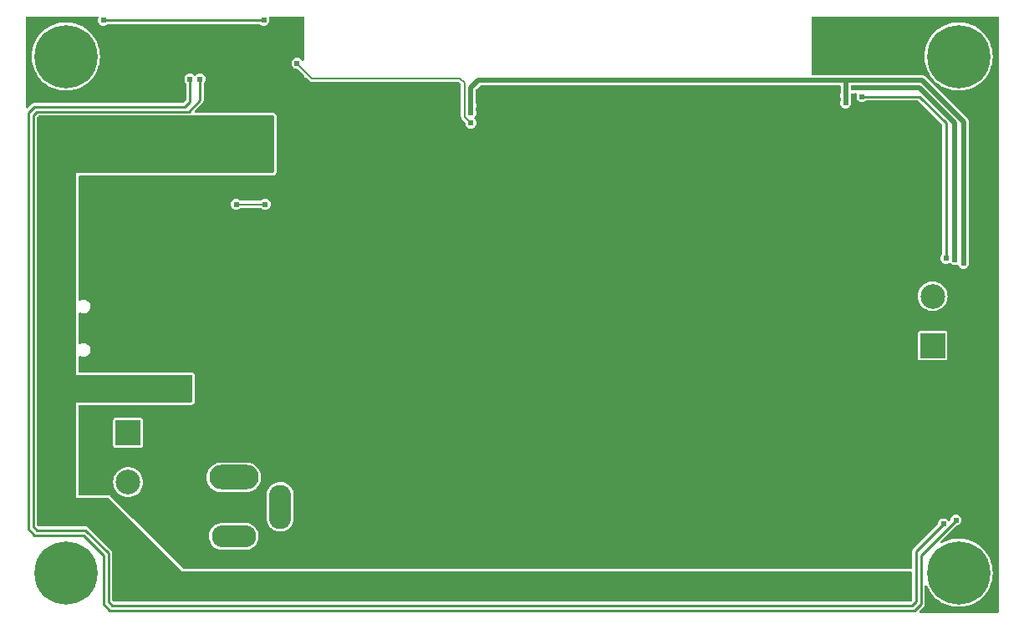
<source format=gbl>
G04 #@! TF.GenerationSoftware,KiCad,Pcbnew,6.0.11-2627ca5db0~126~ubuntu22.04.1*
G04 #@! TF.CreationDate,2025-05-31T21:30:08-06:00*
G04 #@! TF.ProjectId,snd-defect,736e642d-6465-4666-9563-742e6b696361,rev?*
G04 #@! TF.SameCoordinates,Original*
G04 #@! TF.FileFunction,Copper,L2,Bot*
G04 #@! TF.FilePolarity,Positive*
%FSLAX46Y46*%
G04 Gerber Fmt 4.6, Leading zero omitted, Abs format (unit mm)*
G04 Created by KiCad (PCBNEW 6.0.11-2627ca5db0~126~ubuntu22.04.1) date 2025-05-31 21:30:08*
%MOMM*%
%LPD*%
G01*
G04 APERTURE LIST*
G04 #@! TA.AperFunction,ComponentPad*
%ADD10R,2.500000X2.500000*%
G04 #@! TD*
G04 #@! TA.AperFunction,ComponentPad*
%ADD11C,2.500000*%
G04 #@! TD*
G04 #@! TA.AperFunction,ComponentPad*
%ADD12C,6.400000*%
G04 #@! TD*
G04 #@! TA.AperFunction,ComponentPad*
%ADD13O,5.000000X2.500000*%
G04 #@! TD*
G04 #@! TA.AperFunction,ComponentPad*
%ADD14O,4.500000X2.250000*%
G04 #@! TD*
G04 #@! TA.AperFunction,ComponentPad*
%ADD15O,2.250000X4.500000*%
G04 #@! TD*
G04 #@! TA.AperFunction,ViaPad*
%ADD16C,0.609600*%
G04 #@! TD*
G04 #@! TA.AperFunction,Conductor*
%ADD17C,0.508000*%
G04 #@! TD*
G04 #@! TA.AperFunction,Conductor*
%ADD18C,0.203200*%
G04 #@! TD*
G04 #@! TA.AperFunction,Conductor*
%ADD19C,0.254000*%
G04 #@! TD*
G04 APERTURE END LIST*
D10*
X142920999Y-84414995D03*
D11*
X142920999Y-79414995D03*
D12*
X145542000Y-55118000D03*
D13*
X72136000Y-97767000D03*
D14*
X72136000Y-103767000D03*
D15*
X76836000Y-100767000D03*
D12*
X145542000Y-107442000D03*
D10*
X61422001Y-93258005D03*
D11*
X61422001Y-98258005D03*
D12*
X55118000Y-107442000D03*
X55118000Y-55118000D03*
D16*
X59436000Y-76200000D03*
X85979000Y-78740000D03*
X89281000Y-58547000D03*
X147320000Y-92329000D03*
X130937000Y-74168000D03*
X58547000Y-68834000D03*
X103759000Y-69088000D03*
X123779000Y-84501000D03*
X62484000Y-85344000D03*
X68961000Y-68453000D03*
X59436000Y-75311000D03*
X103759000Y-63881000D03*
X70612000Y-86106000D03*
X85979000Y-77851000D03*
X59436000Y-74422000D03*
X73533000Y-53213000D03*
X70866000Y-70993000D03*
X70104000Y-70993000D03*
X85979000Y-76962000D03*
X117094000Y-58674000D03*
X86106000Y-94361000D03*
X58547000Y-75311000D03*
X78994000Y-94234000D03*
X86868000Y-76962000D03*
X78105000Y-94234000D03*
X122174000Y-106172000D03*
X71501000Y-86995000D03*
X116586000Y-94488000D03*
X61595000Y-84455000D03*
X79883000Y-94234000D03*
X82296000Y-106172000D03*
X123779000Y-79294000D03*
X69850000Y-68453000D03*
X71501000Y-84328000D03*
X130048000Y-74168000D03*
X112014000Y-106172000D03*
X59563000Y-68834000D03*
X68961000Y-67691000D03*
X71501000Y-86106000D03*
X78105000Y-93345000D03*
X69215000Y-52451000D03*
X87757000Y-78740000D03*
X61595000Y-85344000D03*
X130937000Y-59817000D03*
X83312000Y-60579000D03*
X107823000Y-66421000D03*
X70612000Y-83439000D03*
X86614000Y-58166000D03*
X62484000Y-84455000D03*
X61595000Y-86233000D03*
X67818000Y-52451000D03*
X130642000Y-69764000D03*
X102489000Y-65024000D03*
X81534000Y-106172000D03*
X85725000Y-58547000D03*
X148209000Y-92329000D03*
X148209000Y-93218000D03*
X92456000Y-106172000D03*
X131404000Y-69764000D03*
X59563000Y-67945000D03*
X126746000Y-94488000D03*
X64897000Y-52324000D03*
X83820000Y-59055000D03*
X96266000Y-94488000D03*
X62484000Y-83566000D03*
X86868000Y-78740000D03*
X102489000Y-66421000D03*
X106553000Y-69088000D03*
X85090000Y-77851000D03*
X130937000Y-62484000D03*
X102616000Y-106172000D03*
X129159000Y-74168000D03*
X90170000Y-58166000D03*
X88392000Y-58166000D03*
X83820000Y-58166000D03*
X85090000Y-76962000D03*
X107823000Y-65024000D03*
X91694000Y-106172000D03*
X60325000Y-76200000D03*
X136906000Y-94488000D03*
X87757000Y-77851000D03*
X58547000Y-67945000D03*
X130937000Y-61595000D03*
X82423000Y-60579000D03*
X107823000Y-67818000D03*
X64897000Y-53213000D03*
X70612000Y-84328000D03*
X75311000Y-78486000D03*
X58547000Y-74422000D03*
X70612000Y-85217000D03*
X70612000Y-52451000D03*
X86868000Y-77851000D03*
X64770000Y-71755000D03*
X123571000Y-59944000D03*
X76200000Y-78486000D03*
X133096000Y-106172000D03*
X58547000Y-76200000D03*
X117856000Y-58674000D03*
X60325000Y-75311000D03*
X112776000Y-106172000D03*
X66167000Y-103378000D03*
X69850000Y-67691000D03*
X147320000Y-93218000D03*
X71501000Y-85217000D03*
X87757000Y-67945000D03*
X122936000Y-106172000D03*
X135382000Y-89408000D03*
X87503000Y-58547000D03*
X130937000Y-60706000D03*
X136144000Y-89408000D03*
X106553000Y-63881000D03*
X62484000Y-86233000D03*
X61595000Y-83566000D03*
X70612000Y-86995000D03*
X130937000Y-64262000D03*
X73533000Y-52324000D03*
X106426000Y-94488000D03*
X148209000Y-91440000D03*
X132334000Y-106172000D03*
X105156000Y-63881000D03*
X84201000Y-76962000D03*
X64770000Y-72517000D03*
X60325000Y-74422000D03*
X147320000Y-91440000D03*
X128270000Y-74168000D03*
X83820000Y-59944000D03*
X87757000Y-76962000D03*
X84836000Y-58166000D03*
X124460000Y-59944000D03*
X84201000Y-77851000D03*
X70739000Y-68453000D03*
X105156000Y-69088000D03*
X70739000Y-67691000D03*
X101854000Y-106172000D03*
X71501000Y-83439000D03*
X130937000Y-63373000D03*
X78105000Y-92456000D03*
X78613000Y-53848000D03*
X102489000Y-67818000D03*
X145161000Y-75692000D03*
X65659000Y-87884000D03*
X64389000Y-62738000D03*
X64389000Y-63627000D03*
X65278000Y-65405000D03*
X66548000Y-87884000D03*
X65405000Y-109601000D03*
X65278000Y-64516000D03*
X79121000Y-109855000D03*
X140081000Y-108966000D03*
X75565000Y-66167000D03*
X66548000Y-88773000D03*
X65278000Y-63627000D03*
X78232000Y-108966000D03*
X65278000Y-62738000D03*
X65659000Y-89662000D03*
X75565000Y-65151000D03*
X67437000Y-87884000D03*
X78232000Y-108077000D03*
X140081000Y-109855000D03*
X79121000Y-108077000D03*
X75565000Y-64135000D03*
X79121000Y-108966000D03*
X78232000Y-109855000D03*
X67437000Y-89662000D03*
X64389000Y-65405000D03*
X140081000Y-108077000D03*
X134874000Y-58293000D03*
X75565000Y-63119000D03*
X64389000Y-66294000D03*
X65659000Y-88773000D03*
X64389000Y-64516000D03*
X66548000Y-89662000D03*
X67437000Y-88773000D03*
X65278000Y-66294000D03*
X75565000Y-62103000D03*
X134112000Y-59817000D03*
X146050000Y-75311000D03*
X146050000Y-76073000D03*
X96139000Y-60833000D03*
X96139000Y-60071000D03*
X134112000Y-59055000D03*
X75184000Y-51435000D03*
X96139000Y-61849000D03*
X78547000Y-55814000D03*
X58928000Y-51435000D03*
X144272000Y-75565000D03*
X135763000Y-59182000D03*
X72390000Y-70104000D03*
X75311000Y-70104000D03*
X68707000Y-57404000D03*
X144018000Y-102489000D03*
X145288000Y-102108000D03*
X67691000Y-57404000D03*
D17*
X145161000Y-75692000D02*
X145161000Y-61849000D01*
X141605000Y-58293000D02*
X134874000Y-58293000D01*
X145161000Y-61849000D02*
X141605000Y-58293000D01*
X96901000Y-57531000D02*
X96139000Y-58293000D01*
X146050000Y-61722000D02*
X141859000Y-57531000D01*
X96139000Y-58293000D02*
X96139000Y-60833000D01*
X141859000Y-57531000D02*
X96901000Y-57531000D01*
X146050000Y-76073000D02*
X146050000Y-61722000D01*
X134112000Y-59817000D02*
X134112000Y-57531000D01*
D18*
X95504000Y-61214000D02*
X95504000Y-57785000D01*
X95047289Y-57328289D02*
X80061289Y-57328289D01*
X96139000Y-61849000D02*
X95504000Y-61214000D01*
X80061289Y-57328289D02*
X78547000Y-55814000D01*
X95504000Y-57785000D02*
X95047289Y-57328289D01*
D19*
X58928000Y-51435000D02*
X75184000Y-51435000D01*
X144272000Y-61849000D02*
X141605000Y-59182000D01*
X141605000Y-59182000D02*
X135763000Y-59182000D01*
X144272000Y-75565000D02*
X144272000Y-61849000D01*
D18*
X72390000Y-70104000D02*
X75311000Y-70104000D01*
D19*
X59817000Y-110744000D02*
X59436000Y-110363000D01*
X59436000Y-105473500D02*
X57086500Y-103124000D01*
X140843000Y-110744000D02*
X59817000Y-110744000D01*
X57086500Y-103124000D02*
X52197000Y-103124000D01*
X52197000Y-103124000D02*
X51816000Y-102743000D01*
X51816000Y-61087000D02*
X52197000Y-60706000D01*
X52197000Y-60706000D02*
X67564000Y-60706000D01*
X51816000Y-102743000D02*
X51816000Y-61087000D01*
X59436000Y-110363000D02*
X59436000Y-105473500D01*
X141224000Y-110363000D02*
X140843000Y-110744000D01*
X141224000Y-105283000D02*
X141224000Y-110363000D01*
X67564000Y-60706000D02*
X68707000Y-59563000D01*
X68707000Y-59563000D02*
X68707000Y-57404000D01*
X144018000Y-102489000D02*
X141224000Y-105283000D01*
X58928000Y-105664000D02*
X56896000Y-103632000D01*
X51308000Y-102997000D02*
X51308000Y-60833000D01*
X67691000Y-59690000D02*
X67691000Y-57404000D01*
X67183000Y-60198000D02*
X67691000Y-59690000D01*
X51943000Y-103632000D02*
X51308000Y-102997000D01*
X51943000Y-60198000D02*
X67183000Y-60198000D01*
X58928000Y-110617000D02*
X58928000Y-105664000D01*
X141732000Y-105664000D02*
X141732000Y-110617000D01*
X51308000Y-60833000D02*
X51943000Y-60198000D01*
X56896000Y-103632000D02*
X51943000Y-103632000D01*
X59563000Y-111252000D02*
X58928000Y-110617000D01*
X141732000Y-110617000D02*
X141097000Y-111252000D01*
X145288000Y-102108000D02*
X141732000Y-105664000D01*
X141097000Y-111252000D02*
X59563000Y-111252000D01*
G04 #@! TA.AperFunction,Conductor*
G36*
X76142121Y-61107002D02*
G01*
X76188614Y-61160658D01*
X76200000Y-61213000D01*
X76200000Y-66803000D01*
X76179998Y-66871121D01*
X76126342Y-66917614D01*
X76074000Y-66929000D01*
X56134000Y-66929000D01*
X56134000Y-87376000D01*
X67819000Y-87376000D01*
X67887121Y-87396002D01*
X67933614Y-87449658D01*
X67945000Y-87502000D01*
X67945000Y-90044000D01*
X67924998Y-90112121D01*
X67871342Y-90158614D01*
X67819000Y-90170000D01*
X56134000Y-90170000D01*
X56134000Y-99822000D01*
X59383810Y-99822000D01*
X59451931Y-99842002D01*
X59472905Y-99858905D01*
X66929000Y-107315000D01*
X140716500Y-107315000D01*
X140784621Y-107335002D01*
X140831114Y-107388658D01*
X140842500Y-107441000D01*
X140842500Y-110152787D01*
X140822498Y-110220908D01*
X140805595Y-110241883D01*
X140721881Y-110325596D01*
X140659568Y-110359621D01*
X140632786Y-110362500D01*
X60027213Y-110362500D01*
X59959092Y-110342498D01*
X59938117Y-110325595D01*
X59854404Y-110241881D01*
X59820379Y-110179568D01*
X59817500Y-110152786D01*
X59817500Y-105527640D01*
X59820087Y-105503324D01*
X59820154Y-105501901D01*
X59822346Y-105491720D01*
X59818373Y-105458152D01*
X59818021Y-105452178D01*
X59817928Y-105452186D01*
X59817500Y-105447008D01*
X59817500Y-105441808D01*
X59816646Y-105436676D01*
X59814314Y-105422665D01*
X59813477Y-105416786D01*
X59808642Y-105375933D01*
X59808642Y-105375932D01*
X59807418Y-105365593D01*
X59803433Y-105357294D01*
X59801922Y-105348217D01*
X59777442Y-105302849D01*
X59774761Y-105297586D01*
X59755869Y-105258243D01*
X59752440Y-105251102D01*
X59748831Y-105246808D01*
X59746905Y-105244882D01*
X59745109Y-105242924D01*
X59745079Y-105242867D01*
X59745208Y-105242749D01*
X59744710Y-105242184D01*
X59741612Y-105236443D01*
X59731488Y-105227084D01*
X59701805Y-105199646D01*
X59698239Y-105196216D01*
X57394544Y-102892521D01*
X57379185Y-102873505D01*
X57378219Y-102872444D01*
X57372571Y-102863696D01*
X57346028Y-102842771D01*
X57341553Y-102838794D01*
X57341492Y-102838865D01*
X57337535Y-102835512D01*
X57333852Y-102831829D01*
X57318061Y-102820545D01*
X57313315Y-102816982D01*
X57281007Y-102791512D01*
X57281006Y-102791511D01*
X57272830Y-102785066D01*
X57264143Y-102782015D01*
X57256657Y-102776666D01*
X57246681Y-102773683D01*
X57246680Y-102773682D01*
X57207289Y-102761902D01*
X57201657Y-102760072D01*
X57152998Y-102742984D01*
X57147409Y-102742500D01*
X57144698Y-102742500D01*
X57142031Y-102742385D01*
X57141968Y-102742366D01*
X57141975Y-102742192D01*
X57141229Y-102742145D01*
X57134976Y-102740275D01*
X57086192Y-102742192D01*
X57080822Y-102742403D01*
X57075875Y-102742500D01*
X52407213Y-102742500D01*
X52339092Y-102722498D01*
X52318117Y-102705595D01*
X52234404Y-102621881D01*
X52200379Y-102559568D01*
X52197500Y-102532786D01*
X52197500Y-61297213D01*
X52217502Y-61229092D01*
X52234405Y-61208117D01*
X52318119Y-61124404D01*
X52380432Y-61090379D01*
X52407214Y-61087500D01*
X67509865Y-61087500D01*
X67534164Y-61090086D01*
X67535602Y-61090154D01*
X67545780Y-61092345D01*
X67579341Y-61088373D01*
X67585320Y-61088021D01*
X67585312Y-61087928D01*
X67590490Y-61087500D01*
X67595692Y-61087500D01*
X67597693Y-61087167D01*
X67601741Y-61087000D01*
X76074000Y-61087000D01*
X76142121Y-61107002D01*
G37*
G04 #@! TD.AperFunction*
G04 #@! TA.AperFunction,Conductor*
G36*
X58359775Y-51074502D02*
G01*
X58406268Y-51128158D01*
X58416372Y-51198432D01*
X58408062Y-51228719D01*
X58386257Y-51281360D01*
X58386256Y-51281365D01*
X58383096Y-51288993D01*
X58363874Y-51435000D01*
X58383096Y-51581007D01*
X58439453Y-51717063D01*
X58529103Y-51833897D01*
X58645937Y-51923547D01*
X58781993Y-51979904D01*
X58790177Y-51980981D01*
X58790179Y-51980982D01*
X58919812Y-51998048D01*
X58928000Y-51999126D01*
X58936188Y-51998048D01*
X59065821Y-51980982D01*
X59065823Y-51980981D01*
X59074007Y-51979904D01*
X59210063Y-51923547D01*
X59315638Y-51842536D01*
X59381856Y-51816937D01*
X59392340Y-51816500D01*
X74719660Y-51816500D01*
X74787781Y-51836502D01*
X74796350Y-51842527D01*
X74901937Y-51923547D01*
X75037993Y-51979904D01*
X75046177Y-51980981D01*
X75046179Y-51980982D01*
X75175812Y-51998048D01*
X75184000Y-51999126D01*
X75192188Y-51998048D01*
X75321821Y-51980982D01*
X75321823Y-51980981D01*
X75330007Y-51979904D01*
X75466063Y-51923547D01*
X75582897Y-51833897D01*
X75672547Y-51717063D01*
X75728904Y-51581007D01*
X75748126Y-51435000D01*
X75728904Y-51288993D01*
X75725744Y-51281365D01*
X75725743Y-51281360D01*
X75703938Y-51228719D01*
X75696348Y-51158130D01*
X75728126Y-51094642D01*
X75789184Y-51058414D01*
X75820346Y-51054500D01*
X79122000Y-51054500D01*
X79190121Y-51074502D01*
X79236614Y-51128158D01*
X79248000Y-51180500D01*
X79248000Y-55437628D01*
X79227998Y-55505749D01*
X79174342Y-55552242D01*
X79104068Y-55562346D01*
X79039488Y-55532852D01*
X79022043Y-55514339D01*
X78945897Y-55415103D01*
X78829063Y-55325453D01*
X78693007Y-55269096D01*
X78684823Y-55268019D01*
X78684821Y-55268018D01*
X78555188Y-55250952D01*
X78547000Y-55249874D01*
X78538812Y-55250952D01*
X78409179Y-55268018D01*
X78409177Y-55268019D01*
X78400993Y-55269096D01*
X78264937Y-55325453D01*
X78148103Y-55415103D01*
X78058453Y-55531937D01*
X78002096Y-55667993D01*
X77982874Y-55814000D01*
X77983952Y-55822188D01*
X77992151Y-55884463D01*
X78002096Y-55960007D01*
X78058453Y-56096063D01*
X78148103Y-56212897D01*
X78264937Y-56302547D01*
X78400993Y-56358904D01*
X78409177Y-56359981D01*
X78409179Y-56359982D01*
X78523768Y-56375067D01*
X78547000Y-56378126D01*
X78554545Y-56377133D01*
X78622377Y-56397050D01*
X78643352Y-56413953D01*
X79211096Y-56981698D01*
X79245121Y-57044010D01*
X79248000Y-57070793D01*
X79248000Y-57277000D01*
X79454208Y-57277000D01*
X79522329Y-57297002D01*
X79543303Y-57313905D01*
X79773122Y-57543724D01*
X79785794Y-57559414D01*
X79788616Y-57562515D01*
X79794264Y-57571263D01*
X79802442Y-57577710D01*
X79818656Y-57590492D01*
X79822686Y-57594073D01*
X79822769Y-57593975D01*
X79826726Y-57597328D01*
X79830407Y-57601009D01*
X79834639Y-57604033D01*
X79834641Y-57604035D01*
X79845000Y-57611438D01*
X79849745Y-57615001D01*
X79879184Y-57638209D01*
X79879186Y-57638210D01*
X79887364Y-57644657D01*
X79895469Y-57647503D01*
X79902460Y-57652499D01*
X79941770Y-57664255D01*
X79948351Y-57666223D01*
X79953996Y-57668057D01*
X79991736Y-57681310D01*
X79991739Y-57681311D01*
X79999218Y-57683937D01*
X80004437Y-57684389D01*
X80007148Y-57684389D01*
X80009425Y-57684487D01*
X80009874Y-57684622D01*
X80009872Y-57684676D01*
X80010105Y-57684691D01*
X80016041Y-57686466D01*
X80066439Y-57684486D01*
X80071385Y-57684389D01*
X94847597Y-57684389D01*
X94915718Y-57704391D01*
X94936693Y-57721294D01*
X95110996Y-57895598D01*
X95145021Y-57957910D01*
X95147900Y-57984693D01*
X95147900Y-61162572D01*
X95145766Y-61182621D01*
X95145568Y-61186811D01*
X95143376Y-61196993D01*
X95144600Y-61207334D01*
X95147027Y-61227840D01*
X95147344Y-61233215D01*
X95147472Y-61233204D01*
X95147900Y-61238382D01*
X95147900Y-61243584D01*
X95148754Y-61248714D01*
X95150839Y-61261243D01*
X95151674Y-61267115D01*
X95156084Y-61304374D01*
X95156086Y-61304381D01*
X95157310Y-61314722D01*
X95161030Y-61322468D01*
X95162440Y-61330942D01*
X95183270Y-61369548D01*
X95185192Y-61373109D01*
X95187885Y-61378396D01*
X95205195Y-61414442D01*
X95205197Y-61414445D01*
X95208628Y-61421590D01*
X95211999Y-61425600D01*
X95213937Y-61427538D01*
X95215452Y-61429189D01*
X95215673Y-61429599D01*
X95215631Y-61429637D01*
X95215792Y-61429820D01*
X95218735Y-61435274D01*
X95226382Y-61442342D01*
X95226382Y-61442343D01*
X95255795Y-61469532D01*
X95259361Y-61472962D01*
X95539047Y-61752648D01*
X95573073Y-61814960D01*
X95575897Y-61841230D01*
X95574874Y-61849000D01*
X95594096Y-61995007D01*
X95650453Y-62131063D01*
X95740103Y-62247897D01*
X95856937Y-62337547D01*
X95992993Y-62393904D01*
X96001177Y-62394981D01*
X96001179Y-62394982D01*
X96130812Y-62412048D01*
X96139000Y-62413126D01*
X96147188Y-62412048D01*
X96276821Y-62394982D01*
X96276823Y-62394981D01*
X96285007Y-62393904D01*
X96421063Y-62337547D01*
X96537897Y-62247897D01*
X96627547Y-62131063D01*
X96683904Y-61995007D01*
X96703126Y-61849000D01*
X96683904Y-61702993D01*
X96627547Y-61566937D01*
X96537897Y-61450103D01*
X96525984Y-61440962D01*
X96484117Y-61383626D01*
X96479895Y-61312755D01*
X96514658Y-61250851D01*
X96525981Y-61241041D01*
X96537897Y-61231897D01*
X96627547Y-61115063D01*
X96683904Y-60979007D01*
X96693655Y-60904944D01*
X96702048Y-60841188D01*
X96703126Y-60833000D01*
X96683904Y-60686993D01*
X96680744Y-60679364D01*
X96657091Y-60622260D01*
X96647500Y-60574042D01*
X96647500Y-60329958D01*
X96657091Y-60281740D01*
X96680744Y-60224636D01*
X96683904Y-60217007D01*
X96703126Y-60071000D01*
X96683904Y-59924993D01*
X96680744Y-59917364D01*
X96657091Y-59860260D01*
X96647500Y-59812042D01*
X96647500Y-58555818D01*
X96667502Y-58487697D01*
X96684405Y-58466722D01*
X97074724Y-58076404D01*
X97137036Y-58042379D01*
X97163819Y-58039500D01*
X133477500Y-58039500D01*
X133545621Y-58059502D01*
X133592114Y-58113158D01*
X133603500Y-58165500D01*
X133603500Y-58796042D01*
X133593909Y-58844260D01*
X133571032Y-58899491D01*
X133567096Y-58908993D01*
X133547874Y-59055000D01*
X133548952Y-59063188D01*
X133565672Y-59190188D01*
X133567096Y-59201007D01*
X133570256Y-59208636D01*
X133593909Y-59265740D01*
X133603500Y-59313958D01*
X133603500Y-59558042D01*
X133593909Y-59606260D01*
X133588667Y-59618916D01*
X133567096Y-59670993D01*
X133566019Y-59679177D01*
X133566018Y-59679179D01*
X133557339Y-59745106D01*
X133547874Y-59817000D01*
X133550510Y-59837023D01*
X133563040Y-59932195D01*
X133567096Y-59963007D01*
X133623453Y-60099063D01*
X133713103Y-60215897D01*
X133829937Y-60305547D01*
X133965993Y-60361904D01*
X133974177Y-60362981D01*
X133974179Y-60362982D01*
X134103812Y-60380048D01*
X134112000Y-60381126D01*
X134120188Y-60380048D01*
X134249821Y-60362982D01*
X134249823Y-60362981D01*
X134258007Y-60361904D01*
X134394063Y-60305547D01*
X134510897Y-60215897D01*
X134600547Y-60099063D01*
X134656904Y-59963007D01*
X134660961Y-59932195D01*
X134673490Y-59837023D01*
X134676126Y-59817000D01*
X134666661Y-59745106D01*
X134657982Y-59679179D01*
X134657981Y-59679177D01*
X134656904Y-59670993D01*
X134635333Y-59618916D01*
X134630091Y-59606260D01*
X134620500Y-59558042D01*
X134620500Y-59313958D01*
X134630091Y-59265740D01*
X134653744Y-59208636D01*
X134656904Y-59201007D01*
X134658329Y-59190188D01*
X134675048Y-59063188D01*
X134676126Y-59055000D01*
X134667559Y-58989927D01*
X134678498Y-58919779D01*
X134725626Y-58866680D01*
X134793980Y-58847490D01*
X134808926Y-58848559D01*
X134874000Y-58857126D01*
X134882188Y-58856048D01*
X135011821Y-58838982D01*
X135011823Y-58838981D01*
X135020007Y-58837904D01*
X135077129Y-58814243D01*
X135147719Y-58806654D01*
X135211206Y-58838433D01*
X135247434Y-58899491D01*
X135244900Y-58970442D01*
X135241757Y-58978871D01*
X135218096Y-59035993D01*
X135217019Y-59044177D01*
X135217018Y-59044179D01*
X135201933Y-59158768D01*
X135198874Y-59182000D01*
X135199952Y-59190188D01*
X135212947Y-59288893D01*
X135218096Y-59328007D01*
X135274453Y-59464063D01*
X135364103Y-59580897D01*
X135480937Y-59670547D01*
X135616993Y-59726904D01*
X135625177Y-59727981D01*
X135625179Y-59727982D01*
X135754812Y-59745048D01*
X135763000Y-59746126D01*
X135771188Y-59745048D01*
X135900821Y-59727982D01*
X135900823Y-59727981D01*
X135909007Y-59726904D01*
X136045063Y-59670547D01*
X136150638Y-59589536D01*
X136216856Y-59563937D01*
X136227340Y-59563500D01*
X141394788Y-59563500D01*
X141462909Y-59583502D01*
X141483883Y-59600405D01*
X143853595Y-61970117D01*
X143887621Y-62032429D01*
X143890500Y-62059212D01*
X143890500Y-75100660D01*
X143870498Y-75168781D01*
X143864473Y-75177350D01*
X143783453Y-75282937D01*
X143727096Y-75418993D01*
X143707874Y-75565000D01*
X143727096Y-75711007D01*
X143783453Y-75847063D01*
X143873103Y-75963897D01*
X143989937Y-76053547D01*
X144125993Y-76109904D01*
X144134177Y-76110981D01*
X144134179Y-76110982D01*
X144263812Y-76128048D01*
X144272000Y-76129126D01*
X144280188Y-76128048D01*
X144409821Y-76110982D01*
X144409823Y-76110981D01*
X144418007Y-76109904D01*
X144554063Y-76053547D01*
X144567004Y-76043617D01*
X144633224Y-76018016D01*
X144702773Y-76032281D01*
X144743669Y-76066873D01*
X144762103Y-76090897D01*
X144878937Y-76180547D01*
X145014993Y-76236904D01*
X145023177Y-76237981D01*
X145023179Y-76237982D01*
X145152812Y-76255048D01*
X145161000Y-76256126D01*
X145169188Y-76255048D01*
X145298821Y-76237982D01*
X145298823Y-76237981D01*
X145307007Y-76236904D01*
X145314635Y-76233744D01*
X145314640Y-76233743D01*
X145366004Y-76212467D01*
X145436594Y-76204877D01*
X145500081Y-76236655D01*
X145530631Y-76280656D01*
X145558291Y-76347432D01*
X145558295Y-76347439D01*
X145561453Y-76355063D01*
X145651103Y-76471897D01*
X145767937Y-76561547D01*
X145903993Y-76617904D01*
X145912177Y-76618981D01*
X145912179Y-76618982D01*
X146041812Y-76636048D01*
X146050000Y-76637126D01*
X146058188Y-76636048D01*
X146187821Y-76618982D01*
X146187823Y-76618981D01*
X146196007Y-76617904D01*
X146332063Y-76561547D01*
X146448897Y-76471897D01*
X146538547Y-76355063D01*
X146594904Y-76219007D01*
X146596765Y-76204877D01*
X146613048Y-76081188D01*
X146614126Y-76073000D01*
X146599966Y-75965443D01*
X146595982Y-75935179D01*
X146595981Y-75935177D01*
X146594904Y-75926993D01*
X146591744Y-75919364D01*
X146568091Y-75862260D01*
X146558500Y-75814042D01*
X146558500Y-75569958D01*
X146568091Y-75521740D01*
X146591744Y-75464636D01*
X146594904Y-75457007D01*
X146614126Y-75311000D01*
X146594904Y-75164993D01*
X146589834Y-75152754D01*
X146568091Y-75100260D01*
X146558500Y-75052042D01*
X146558500Y-61793073D01*
X146559855Y-61780944D01*
X146559373Y-61780905D01*
X146560093Y-61771954D01*
X146562074Y-61763200D01*
X146558742Y-61709492D01*
X146558500Y-61701690D01*
X146558500Y-61685487D01*
X146557016Y-61675122D01*
X146555987Y-61665072D01*
X146553611Y-61626784D01*
X146553055Y-61617823D01*
X146550006Y-61609377D01*
X146549407Y-61606486D01*
X146545178Y-61589520D01*
X146544352Y-61586695D01*
X146543080Y-61577813D01*
X146523478Y-61534702D01*
X146519672Y-61525351D01*
X146506645Y-61489265D01*
X146503596Y-61480819D01*
X146498301Y-61473571D01*
X146496920Y-61470973D01*
X146488085Y-61455855D01*
X146486506Y-61453386D01*
X146482792Y-61445218D01*
X146451884Y-61409347D01*
X146445599Y-61401431D01*
X146440452Y-61394385D01*
X146440447Y-61394380D01*
X146437575Y-61390448D01*
X146426600Y-61379473D01*
X146420242Y-61372625D01*
X146393576Y-61341677D01*
X146393575Y-61341676D01*
X146387713Y-61334873D01*
X146380178Y-61329989D01*
X146373934Y-61324542D01*
X146362069Y-61314942D01*
X142268823Y-57221696D01*
X142261200Y-57212156D01*
X142260832Y-57212470D01*
X142255014Y-57205634D01*
X142250224Y-57198042D01*
X142209875Y-57162407D01*
X142204188Y-57157061D01*
X142192745Y-57145618D01*
X142184370Y-57139341D01*
X142176541Y-57132967D01*
X142141049Y-57101622D01*
X142132926Y-57097808D01*
X142130438Y-57096174D01*
X142115477Y-57087186D01*
X142112892Y-57085771D01*
X142105705Y-57080384D01*
X142061357Y-57063759D01*
X142052040Y-57059832D01*
X142017326Y-57043534D01*
X142009200Y-57039719D01*
X142000331Y-57038338D01*
X141997498Y-57037472D01*
X141980611Y-57033042D01*
X141977726Y-57032408D01*
X141969316Y-57029255D01*
X141940158Y-57027088D01*
X141922094Y-57025746D01*
X141912048Y-57024592D01*
X141903425Y-57023249D01*
X141903422Y-57023249D01*
X141898614Y-57022500D01*
X141883094Y-57022500D01*
X141873757Y-57022154D01*
X141856854Y-57020898D01*
X141824059Y-57018461D01*
X141815280Y-57020335D01*
X141807022Y-57020898D01*
X141791839Y-57022500D01*
X134120623Y-57022500D01*
X134119853Y-57022498D01*
X134046215Y-57022048D01*
X134046214Y-57022048D01*
X134042279Y-57022024D01*
X134040935Y-57022408D01*
X134039590Y-57022500D01*
X130809000Y-57022500D01*
X130740879Y-57002498D01*
X130694386Y-56948842D01*
X130683000Y-56896500D01*
X130683000Y-55105924D01*
X142082447Y-55105924D01*
X142101378Y-55479624D01*
X142101915Y-55482979D01*
X142101916Y-55482985D01*
X142132861Y-55676179D01*
X142160557Y-55849094D01*
X142259293Y-56210011D01*
X142396430Y-56558154D01*
X142570365Y-56889450D01*
X142572262Y-56892274D01*
X142572265Y-56892278D01*
X142716931Y-57107564D01*
X142779061Y-57200024D01*
X142781256Y-57202630D01*
X142781260Y-57202636D01*
X142834769Y-57266179D01*
X143020079Y-57486241D01*
X143290598Y-57744755D01*
X143587455Y-57972541D01*
X143907176Y-58166935D01*
X144246021Y-58325661D01*
X144249239Y-58326763D01*
X144249242Y-58326764D01*
X144596803Y-58445761D01*
X144596811Y-58445763D01*
X144600026Y-58446864D01*
X144965051Y-58529126D01*
X145052200Y-58539056D01*
X145333442Y-58571100D01*
X145333450Y-58571100D01*
X145336825Y-58571485D01*
X145340229Y-58571503D01*
X145340232Y-58571503D01*
X145543556Y-58572567D01*
X145710999Y-58573444D01*
X145714385Y-58573094D01*
X145714387Y-58573094D01*
X146079805Y-58535332D01*
X146079814Y-58535331D01*
X146083197Y-58534981D01*
X146086530Y-58534267D01*
X146086533Y-58534266D01*
X146401596Y-58466722D01*
X146449063Y-58456546D01*
X146804318Y-58339056D01*
X147144807Y-58183887D01*
X147354295Y-58059502D01*
X147463601Y-57994601D01*
X147463606Y-57994598D01*
X147466546Y-57992852D01*
X147496354Y-57970472D01*
X147653113Y-57852773D01*
X147765771Y-57768187D01*
X148038983Y-57512521D01*
X148282985Y-57228842D01*
X148324182Y-57168900D01*
X148492992Y-56923280D01*
X148492997Y-56923273D01*
X148494922Y-56920471D01*
X148496534Y-56917477D01*
X148496539Y-56917469D01*
X148670694Y-56594027D01*
X148672316Y-56591015D01*
X148788168Y-56305705D01*
X148811811Y-56247480D01*
X148811813Y-56247475D01*
X148813091Y-56244327D01*
X148820613Y-56217923D01*
X148894082Y-55960007D01*
X148915601Y-55884463D01*
X148916174Y-55881111D01*
X148978075Y-55518981D01*
X148978075Y-55518979D01*
X148978647Y-55515634D01*
X148980850Y-55479624D01*
X149001380Y-55143948D01*
X149001490Y-55142152D01*
X149001574Y-55118000D01*
X148981339Y-54744368D01*
X148920870Y-54375107D01*
X148820875Y-54014537D01*
X148817627Y-54006373D01*
X148683783Y-53670039D01*
X148683779Y-53670031D01*
X148682523Y-53666874D01*
X148507434Y-53336188D01*
X148505534Y-53333382D01*
X148505530Y-53333375D01*
X148299561Y-53029162D01*
X148297654Y-53026345D01*
X148055639Y-52740970D01*
X147784219Y-52483402D01*
X147781512Y-52481340D01*
X147781504Y-52481333D01*
X147489281Y-52258720D01*
X147486569Y-52256654D01*
X147166172Y-52063377D01*
X147163082Y-52061943D01*
X147163077Y-52061940D01*
X146829871Y-51907272D01*
X146829869Y-51907271D01*
X146826775Y-51905835D01*
X146823540Y-51904740D01*
X146823535Y-51904738D01*
X146475583Y-51786963D01*
X146472348Y-51785868D01*
X146107038Y-51704881D01*
X145974294Y-51690226D01*
X145738500Y-51664193D01*
X145738495Y-51664193D01*
X145735119Y-51663820D01*
X145731720Y-51663814D01*
X145731719Y-51663814D01*
X145554987Y-51663506D01*
X145360940Y-51663167D01*
X145222079Y-51678007D01*
X144992263Y-51702567D01*
X144992257Y-51702568D01*
X144988879Y-51702929D01*
X144623289Y-51782641D01*
X144268446Y-51901369D01*
X144265353Y-51902791D01*
X144265352Y-51902792D01*
X144220228Y-51923547D01*
X143928501Y-52057727D01*
X143925567Y-52059483D01*
X143925565Y-52059484D01*
X143916110Y-52065143D01*
X143607431Y-52249883D01*
X143308991Y-52475591D01*
X143306509Y-52477930D01*
X143306503Y-52477935D01*
X143300702Y-52483402D01*
X143036674Y-52732210D01*
X142793664Y-53016738D01*
X142791736Y-53019565D01*
X142791734Y-53019567D01*
X142787111Y-53026345D01*
X142582804Y-53325847D01*
X142406561Y-53655921D01*
X142405288Y-53659089D01*
X142405287Y-53659090D01*
X142403368Y-53663865D01*
X142266997Y-54003098D01*
X142165744Y-54363317D01*
X142103986Y-54732365D01*
X142082447Y-55105924D01*
X130683000Y-55105924D01*
X130683000Y-51180500D01*
X130703002Y-51112379D01*
X130756658Y-51065886D01*
X130809000Y-51054500D01*
X149479500Y-51054500D01*
X149547621Y-51074502D01*
X149594114Y-51128158D01*
X149605500Y-51180500D01*
X149605500Y-111379500D01*
X149585498Y-111447621D01*
X149531842Y-111494114D01*
X149479500Y-111505500D01*
X141687212Y-111505500D01*
X141619091Y-111485498D01*
X141572598Y-111431842D01*
X141562494Y-111361568D01*
X141591988Y-111296988D01*
X141598117Y-111290405D01*
X141963476Y-110925046D01*
X141982499Y-110909682D01*
X141983558Y-110908718D01*
X141992304Y-110903071D01*
X141998752Y-110894892D01*
X141998754Y-110894890D01*
X142013234Y-110876523D01*
X142017209Y-110872050D01*
X142017137Y-110871989D01*
X142020490Y-110868032D01*
X142024171Y-110864351D01*
X142035455Y-110848560D01*
X142039019Y-110843814D01*
X142064487Y-110811508D01*
X142070934Y-110803330D01*
X142073984Y-110794645D01*
X142079335Y-110787157D01*
X142094110Y-110737750D01*
X142095926Y-110732163D01*
X142113016Y-110683498D01*
X142113500Y-110677909D01*
X142113500Y-110675198D01*
X142113615Y-110672529D01*
X142113634Y-110672468D01*
X142113808Y-110672475D01*
X142113855Y-110671728D01*
X142115725Y-110665475D01*
X142113597Y-110611311D01*
X142113500Y-110606365D01*
X142113500Y-108827556D01*
X142133502Y-108759435D01*
X142187158Y-108712942D01*
X142257432Y-108702838D01*
X142322012Y-108732332D01*
X142356733Y-108781377D01*
X142396430Y-108882154D01*
X142570365Y-109213450D01*
X142572262Y-109216274D01*
X142572265Y-109216278D01*
X142768014Y-109507585D01*
X142779061Y-109524024D01*
X142781256Y-109526630D01*
X142781260Y-109526636D01*
X142800961Y-109550031D01*
X143020079Y-109810241D01*
X143290598Y-110068755D01*
X143587455Y-110296541D01*
X143907176Y-110490935D01*
X144246021Y-110649661D01*
X144249239Y-110650763D01*
X144249242Y-110650764D01*
X144596803Y-110769761D01*
X144596811Y-110769763D01*
X144600026Y-110770864D01*
X144965051Y-110853126D01*
X145052200Y-110863056D01*
X145333442Y-110895100D01*
X145333450Y-110895100D01*
X145336825Y-110895485D01*
X145340229Y-110895503D01*
X145340232Y-110895503D01*
X145543556Y-110896567D01*
X145710999Y-110897444D01*
X145714385Y-110897094D01*
X145714387Y-110897094D01*
X146079805Y-110859332D01*
X146079814Y-110859331D01*
X146083197Y-110858981D01*
X146086530Y-110858267D01*
X146086533Y-110858266D01*
X146342785Y-110803330D01*
X146449063Y-110780546D01*
X146804318Y-110663056D01*
X147144807Y-110507887D01*
X147242707Y-110449758D01*
X147463601Y-110318601D01*
X147463606Y-110318598D01*
X147466546Y-110316852D01*
X147496354Y-110294472D01*
X147568828Y-110240056D01*
X147765771Y-110092187D01*
X148038983Y-109836521D01*
X148282985Y-109552842D01*
X148304737Y-109521192D01*
X148492992Y-109247280D01*
X148492997Y-109247273D01*
X148494922Y-109244471D01*
X148496534Y-109241477D01*
X148496539Y-109241469D01*
X148670694Y-108918027D01*
X148672316Y-108915015D01*
X148813091Y-108568327D01*
X148915601Y-108208463D01*
X148978647Y-107839634D01*
X148980850Y-107803624D01*
X149001380Y-107467948D01*
X149001490Y-107466152D01*
X149001574Y-107442000D01*
X148981339Y-107068368D01*
X148920870Y-106699107D01*
X148820875Y-106338537D01*
X148817627Y-106330373D01*
X148683783Y-105994039D01*
X148683779Y-105994031D01*
X148682523Y-105990874D01*
X148507434Y-105660188D01*
X148505534Y-105657382D01*
X148505530Y-105657375D01*
X148299561Y-105353162D01*
X148297654Y-105350345D01*
X148055639Y-105064970D01*
X147784219Y-104807402D01*
X147781512Y-104805340D01*
X147781504Y-104805333D01*
X147489281Y-104582720D01*
X147486569Y-104580654D01*
X147242344Y-104433327D01*
X147169100Y-104389143D01*
X147169096Y-104389141D01*
X147166172Y-104387377D01*
X147163082Y-104385943D01*
X147163077Y-104385940D01*
X146829871Y-104231272D01*
X146829869Y-104231271D01*
X146826775Y-104229835D01*
X146823540Y-104228740D01*
X146823535Y-104228738D01*
X146475583Y-104110963D01*
X146472348Y-104109868D01*
X146107038Y-104028881D01*
X145939552Y-104010390D01*
X145738500Y-103988193D01*
X145738495Y-103988193D01*
X145735119Y-103987820D01*
X145731720Y-103987814D01*
X145731719Y-103987814D01*
X145554987Y-103987506D01*
X145360940Y-103987167D01*
X145222079Y-104002007D01*
X144992263Y-104026567D01*
X144992257Y-104026568D01*
X144988879Y-104026929D01*
X144623289Y-104106641D01*
X144268446Y-104225369D01*
X143928501Y-104381727D01*
X143869489Y-104417045D01*
X143800768Y-104434864D01*
X143733319Y-104412700D01*
X143688561Y-104357589D01*
X143680703Y-104287029D01*
X143715690Y-104219833D01*
X145229423Y-102706100D01*
X145291735Y-102672074D01*
X145302063Y-102670275D01*
X145372776Y-102660965D01*
X145425821Y-102653982D01*
X145425823Y-102653981D01*
X145434007Y-102652904D01*
X145570063Y-102596547D01*
X145686897Y-102506897D01*
X145776547Y-102390063D01*
X145832904Y-102254007D01*
X145837345Y-102220279D01*
X145849852Y-102125272D01*
X145852126Y-102108000D01*
X145841380Y-102026376D01*
X145833982Y-101970179D01*
X145833981Y-101970177D01*
X145832904Y-101961993D01*
X145776547Y-101825937D01*
X145686897Y-101709103D01*
X145570063Y-101619453D01*
X145434007Y-101563096D01*
X145425823Y-101562019D01*
X145425821Y-101562018D01*
X145296188Y-101544952D01*
X145288000Y-101543874D01*
X145279812Y-101544952D01*
X145150179Y-101562018D01*
X145150177Y-101562019D01*
X145141993Y-101563096D01*
X145005937Y-101619453D01*
X144889103Y-101709103D01*
X144799453Y-101825937D01*
X144743096Y-101961993D01*
X144742019Y-101970177D01*
X144742018Y-101970179D01*
X144725726Y-102093930D01*
X144697003Y-102158858D01*
X144689899Y-102166579D01*
X144670225Y-102186253D01*
X144607913Y-102220279D01*
X144537098Y-102215214D01*
X144481168Y-102173862D01*
X144421923Y-102096653D01*
X144416897Y-102090103D01*
X144300063Y-102000453D01*
X144164007Y-101944096D01*
X144155823Y-101943019D01*
X144155821Y-101943018D01*
X144026188Y-101925952D01*
X144018000Y-101924874D01*
X144009812Y-101925952D01*
X143880179Y-101943018D01*
X143880177Y-101943019D01*
X143871993Y-101944096D01*
X143735937Y-102000453D01*
X143619103Y-102090103D01*
X143529453Y-102206937D01*
X143473096Y-102342993D01*
X143472019Y-102351177D01*
X143472018Y-102351179D01*
X143465111Y-102403646D01*
X143456017Y-102472726D01*
X143455727Y-102474928D01*
X143427005Y-102539855D01*
X143419900Y-102547577D01*
X140992521Y-104974956D01*
X140973505Y-104990315D01*
X140972444Y-104991281D01*
X140963696Y-104996929D01*
X140957250Y-105005106D01*
X140942771Y-105023472D01*
X140938794Y-105027947D01*
X140938865Y-105028008D01*
X140935512Y-105031965D01*
X140931829Y-105035648D01*
X140928803Y-105039883D01*
X140928801Y-105039885D01*
X140920547Y-105051436D01*
X140916984Y-105056182D01*
X140885066Y-105096670D01*
X140882015Y-105105357D01*
X140876666Y-105112843D01*
X140873683Y-105122819D01*
X140873682Y-105122820D01*
X140861902Y-105162211D01*
X140860072Y-105167843D01*
X140842984Y-105216502D01*
X140842500Y-105222091D01*
X140842500Y-105224802D01*
X140842385Y-105227469D01*
X140842366Y-105227532D01*
X140842192Y-105227525D01*
X140842145Y-105228271D01*
X140840275Y-105234524D01*
X140840684Y-105244928D01*
X140842403Y-105288678D01*
X140842500Y-105293625D01*
X140842500Y-106929500D01*
X140822498Y-106997621D01*
X140768842Y-107044114D01*
X140716500Y-107055500D01*
X67088678Y-107055500D01*
X67020557Y-107035498D01*
X66999583Y-107018595D01*
X63682770Y-103701782D01*
X69628049Y-103701782D01*
X69636832Y-103935727D01*
X69684906Y-104164847D01*
X69686863Y-104169803D01*
X69686865Y-104169809D01*
X69758690Y-104351680D01*
X69770898Y-104382592D01*
X69773665Y-104387151D01*
X69773666Y-104387154D01*
X69791804Y-104417044D01*
X69892348Y-104582735D01*
X69895845Y-104586765D01*
X69983759Y-104688077D01*
X70045783Y-104759554D01*
X70049914Y-104762941D01*
X70222689Y-104904609D01*
X70222695Y-104904613D01*
X70226817Y-104907993D01*
X70430274Y-105023807D01*
X70650335Y-105103685D01*
X70655584Y-105104634D01*
X70655587Y-105104635D01*
X70876624Y-105144606D01*
X70876632Y-105144607D01*
X70880708Y-105145344D01*
X70898115Y-105146165D01*
X70903734Y-105146430D01*
X70903743Y-105146430D01*
X70905223Y-105146500D01*
X73319786Y-105146500D01*
X73494272Y-105131695D01*
X73499436Y-105130355D01*
X73499440Y-105130354D01*
X73715708Y-105074221D01*
X73715712Y-105074219D01*
X73720873Y-105072880D01*
X73817613Y-105029302D01*
X73929464Y-104978917D01*
X73929467Y-104978916D01*
X73934325Y-104976727D01*
X74128525Y-104845984D01*
X74171139Y-104805333D01*
X74294055Y-104688077D01*
X74297920Y-104684390D01*
X74375102Y-104580654D01*
X74434483Y-104500842D01*
X74437666Y-104496564D01*
X74543768Y-104287878D01*
X74613191Y-104064298D01*
X74613892Y-104059010D01*
X74643251Y-103837502D01*
X74643251Y-103837498D01*
X74643951Y-103832218D01*
X74635168Y-103598273D01*
X74587094Y-103369153D01*
X74585137Y-103364197D01*
X74585135Y-103364191D01*
X74503063Y-103156373D01*
X74503062Y-103156371D01*
X74501102Y-103151408D01*
X74379652Y-102951265D01*
X74291441Y-102849610D01*
X74229717Y-102778479D01*
X74229715Y-102778477D01*
X74226217Y-102774446D01*
X74183563Y-102739472D01*
X74049311Y-102629391D01*
X74049305Y-102629387D01*
X74045183Y-102626007D01*
X73841726Y-102510193D01*
X73621665Y-102430315D01*
X73616416Y-102429366D01*
X73616413Y-102429365D01*
X73395376Y-102389394D01*
X73395368Y-102389393D01*
X73391292Y-102388656D01*
X73373885Y-102387835D01*
X73368266Y-102387570D01*
X73368257Y-102387570D01*
X73366777Y-102387500D01*
X70952214Y-102387500D01*
X70777728Y-102402305D01*
X70772564Y-102403645D01*
X70772560Y-102403646D01*
X70556292Y-102459779D01*
X70556288Y-102459781D01*
X70551127Y-102461120D01*
X70546261Y-102463312D01*
X70342536Y-102555083D01*
X70342533Y-102555084D01*
X70337675Y-102557273D01*
X70143475Y-102688016D01*
X70139618Y-102691695D01*
X70139616Y-102691697D01*
X70048645Y-102778479D01*
X69974080Y-102849610D01*
X69970895Y-102853890D01*
X69970893Y-102853893D01*
X69915072Y-102928920D01*
X69834334Y-103037436D01*
X69831918Y-103042188D01*
X69741926Y-103219189D01*
X69728232Y-103246122D01*
X69658809Y-103469702D01*
X69658108Y-103474989D01*
X69658108Y-103474990D01*
X69641062Y-103603604D01*
X69628049Y-103701782D01*
X63682770Y-103701782D01*
X61931774Y-101950786D01*
X75456500Y-101950786D01*
X75471305Y-102125272D01*
X75472645Y-102130436D01*
X75472646Y-102130440D01*
X75525836Y-102335367D01*
X75530120Y-102351873D01*
X75532312Y-102356739D01*
X75614800Y-102539855D01*
X75626273Y-102565325D01*
X75757016Y-102759525D01*
X75918610Y-102928920D01*
X75922890Y-102932105D01*
X75922893Y-102932107D01*
X76023762Y-103007155D01*
X76106436Y-103068666D01*
X76111188Y-103071082D01*
X76269177Y-103151408D01*
X76315122Y-103174768D01*
X76538702Y-103244191D01*
X76543989Y-103244892D01*
X76543990Y-103244892D01*
X76765498Y-103274251D01*
X76765502Y-103274251D01*
X76770782Y-103274951D01*
X76776111Y-103274751D01*
X76776113Y-103274751D01*
X76887755Y-103270559D01*
X77004727Y-103266168D01*
X77233847Y-103218094D01*
X77238803Y-103216137D01*
X77238809Y-103216135D01*
X77446627Y-103134063D01*
X77446629Y-103134062D01*
X77451592Y-103132102D01*
X77561377Y-103065483D01*
X77647175Y-103013419D01*
X77647174Y-103013419D01*
X77651735Y-103010652D01*
X77745923Y-102928920D01*
X77824521Y-102860717D01*
X77824523Y-102860715D01*
X77828554Y-102857217D01*
X77863528Y-102814563D01*
X77973609Y-102680311D01*
X77973613Y-102680305D01*
X77976993Y-102676183D01*
X78092807Y-102472726D01*
X78172685Y-102252665D01*
X78173923Y-102245821D01*
X78213606Y-102026376D01*
X78213607Y-102026368D01*
X78214344Y-102022292D01*
X78215500Y-101997777D01*
X78215500Y-99583214D01*
X78200695Y-99408728D01*
X78178999Y-99325137D01*
X78143221Y-99187292D01*
X78143219Y-99187288D01*
X78141880Y-99182127D01*
X78075941Y-99035747D01*
X78047917Y-98973536D01*
X78047916Y-98973533D01*
X78045727Y-98968675D01*
X78025461Y-98938572D01*
X77917962Y-98778899D01*
X77914984Y-98774475D01*
X77871539Y-98728932D01*
X77757077Y-98608945D01*
X77753390Y-98605080D01*
X77565564Y-98465334D01*
X77356878Y-98359232D01*
X77133298Y-98289809D01*
X77128011Y-98289108D01*
X77128010Y-98289108D01*
X76906502Y-98259749D01*
X76906498Y-98259749D01*
X76901218Y-98259049D01*
X76895889Y-98259249D01*
X76895887Y-98259249D01*
X76797710Y-98262935D01*
X76667273Y-98267832D01*
X76438153Y-98315906D01*
X76433197Y-98317863D01*
X76433191Y-98317865D01*
X76225373Y-98399937D01*
X76225371Y-98399938D01*
X76220408Y-98401898D01*
X76215849Y-98404665D01*
X76215846Y-98404666D01*
X76076615Y-98489154D01*
X76020265Y-98523348D01*
X76016235Y-98526845D01*
X75904200Y-98624064D01*
X75843446Y-98676783D01*
X75840059Y-98680914D01*
X75698391Y-98853689D01*
X75698387Y-98853695D01*
X75695007Y-98857817D01*
X75579193Y-99061274D01*
X75499315Y-99281335D01*
X75498366Y-99286584D01*
X75498365Y-99286587D01*
X75458394Y-99507624D01*
X75458393Y-99507632D01*
X75457656Y-99511708D01*
X75456500Y-99536223D01*
X75456500Y-101950786D01*
X61931774Y-101950786D01*
X59656399Y-99675411D01*
X59635740Y-99656853D01*
X59614766Y-99639950D01*
X59543499Y-99602669D01*
X59530523Y-99595881D01*
X59530521Y-99595880D01*
X59525040Y-99593013D01*
X59500727Y-99585874D01*
X59461242Y-99574280D01*
X59461238Y-99574279D01*
X59456919Y-99573011D01*
X59452471Y-99572371D01*
X59452464Y-99572370D01*
X59388258Y-99563139D01*
X59388251Y-99563139D01*
X59383810Y-99562500D01*
X56519500Y-99562500D01*
X56451379Y-99542498D01*
X56404886Y-99488842D01*
X56393500Y-99436500D01*
X56393500Y-98258005D01*
X59912849Y-98258005D01*
X59931429Y-98494088D01*
X59932583Y-98498895D01*
X59932584Y-98498901D01*
X59958076Y-98605080D01*
X59986712Y-98724359D01*
X59988605Y-98728930D01*
X59988606Y-98728932D01*
X60040283Y-98853689D01*
X60077337Y-98943146D01*
X60201071Y-99145062D01*
X60354869Y-99325137D01*
X60534944Y-99478935D01*
X60736860Y-99602669D01*
X60741430Y-99604562D01*
X60741434Y-99604564D01*
X60951074Y-99691400D01*
X60951076Y-99691401D01*
X60955647Y-99693294D01*
X61035500Y-99712465D01*
X61181105Y-99747422D01*
X61181111Y-99747423D01*
X61185918Y-99748577D01*
X61422001Y-99767157D01*
X61658084Y-99748577D01*
X61662891Y-99747423D01*
X61662897Y-99747422D01*
X61808502Y-99712465D01*
X61888355Y-99693294D01*
X61892926Y-99691401D01*
X61892928Y-99691400D01*
X62102568Y-99604564D01*
X62102572Y-99604562D01*
X62107142Y-99602669D01*
X62309058Y-99478935D01*
X62489133Y-99325137D01*
X62642931Y-99145062D01*
X62766665Y-98943146D01*
X62803720Y-98853689D01*
X62855396Y-98728932D01*
X62855397Y-98728930D01*
X62857290Y-98724359D01*
X62885926Y-98605080D01*
X62911418Y-98498901D01*
X62911419Y-98498895D01*
X62912573Y-98494088D01*
X62931153Y-98258005D01*
X62912573Y-98021922D01*
X62897979Y-97961131D01*
X62876461Y-97871504D01*
X62864018Y-97819677D01*
X69377524Y-97819677D01*
X69405351Y-98060176D01*
X69406730Y-98065050D01*
X69406731Y-98065054D01*
X69464421Y-98268927D01*
X69471271Y-98293133D01*
X69573589Y-98512553D01*
X69576430Y-98516733D01*
X69576432Y-98516737D01*
X69654997Y-98632342D01*
X69709671Y-98712793D01*
X69713148Y-98716470D01*
X69713153Y-98716476D01*
X69803114Y-98811606D01*
X69876018Y-98888699D01*
X70068348Y-99035747D01*
X70072806Y-99038137D01*
X70072807Y-99038138D01*
X70115956Y-99061274D01*
X70281715Y-99150153D01*
X70286496Y-99151799D01*
X70286500Y-99151801D01*
X70418502Y-99197253D01*
X70510629Y-99228975D01*
X70610763Y-99246271D01*
X70745290Y-99269508D01*
X70745296Y-99269509D01*
X70749200Y-99270183D01*
X70753161Y-99270363D01*
X70753162Y-99270363D01*
X70776784Y-99271436D01*
X70776803Y-99271436D01*
X70778203Y-99271500D01*
X73446841Y-99271500D01*
X73449349Y-99271298D01*
X73449354Y-99271298D01*
X73622283Y-99257385D01*
X73622288Y-99257384D01*
X73627324Y-99256979D01*
X73632232Y-99255774D01*
X73632235Y-99255773D01*
X73857525Y-99200436D01*
X73862439Y-99199229D01*
X73867091Y-99197254D01*
X73867095Y-99197253D01*
X74080642Y-99106607D01*
X74080643Y-99106607D01*
X74085297Y-99104631D01*
X74290163Y-98975620D01*
X74471768Y-98815514D01*
X74625439Y-98628432D01*
X74718512Y-98468517D01*
X74744680Y-98423556D01*
X74744681Y-98423554D01*
X74747222Y-98419188D01*
X74787289Y-98314811D01*
X74832169Y-98197894D01*
X74832170Y-98197891D01*
X74833984Y-98193165D01*
X74883493Y-97956177D01*
X74894476Y-97714323D01*
X74866649Y-97473824D01*
X74838732Y-97375165D01*
X74802107Y-97245736D01*
X74802106Y-97245734D01*
X74800729Y-97240867D01*
X74698411Y-97021447D01*
X74619661Y-96905568D01*
X74565178Y-96825399D01*
X74565177Y-96825398D01*
X74562329Y-96821207D01*
X74558852Y-96817530D01*
X74558847Y-96817524D01*
X74399461Y-96648980D01*
X74399462Y-96648980D01*
X74395982Y-96645301D01*
X74203652Y-96498253D01*
X73990285Y-96383847D01*
X73985504Y-96382201D01*
X73985500Y-96382199D01*
X73766160Y-96306674D01*
X73761371Y-96305025D01*
X73661237Y-96287729D01*
X73526710Y-96264492D01*
X73526704Y-96264491D01*
X73522800Y-96263817D01*
X73518839Y-96263637D01*
X73518838Y-96263637D01*
X73495216Y-96262564D01*
X73495197Y-96262564D01*
X73493797Y-96262500D01*
X70825159Y-96262500D01*
X70822651Y-96262702D01*
X70822646Y-96262702D01*
X70649717Y-96276615D01*
X70649712Y-96276616D01*
X70644676Y-96277021D01*
X70639768Y-96278226D01*
X70639765Y-96278227D01*
X70523951Y-96306674D01*
X70409561Y-96334771D01*
X70404909Y-96336746D01*
X70404905Y-96336747D01*
X70288310Y-96386239D01*
X70186703Y-96429369D01*
X69981837Y-96558380D01*
X69800232Y-96718486D01*
X69646561Y-96905568D01*
X69524778Y-97114812D01*
X69522965Y-97119535D01*
X69478149Y-97236286D01*
X69438016Y-97340835D01*
X69388507Y-97577823D01*
X69377524Y-97819677D01*
X62864018Y-97819677D01*
X62857290Y-97791651D01*
X62766665Y-97572864D01*
X62642931Y-97370948D01*
X62489133Y-97190873D01*
X62309058Y-97037075D01*
X62107142Y-96913341D01*
X62102572Y-96911448D01*
X62102568Y-96911446D01*
X61892928Y-96824610D01*
X61892926Y-96824609D01*
X61888355Y-96822716D01*
X61808502Y-96803545D01*
X61662897Y-96768588D01*
X61662891Y-96768587D01*
X61658084Y-96767433D01*
X61422001Y-96748853D01*
X61185918Y-96767433D01*
X61181111Y-96768587D01*
X61181105Y-96768588D01*
X61035500Y-96803545D01*
X60955647Y-96822716D01*
X60951076Y-96824609D01*
X60951074Y-96824610D01*
X60741434Y-96911446D01*
X60741430Y-96911448D01*
X60736860Y-96913341D01*
X60534944Y-97037075D01*
X60354869Y-97190873D01*
X60201071Y-97370948D01*
X60077337Y-97572864D01*
X59986712Y-97791651D01*
X59967541Y-97871504D01*
X59946024Y-97961131D01*
X59931429Y-98021922D01*
X59912849Y-98258005D01*
X56393500Y-98258005D01*
X56393500Y-91982938D01*
X59917501Y-91982938D01*
X59917502Y-94533071D01*
X59932267Y-94607306D01*
X59988517Y-94691489D01*
X60072700Y-94747739D01*
X60146934Y-94762505D01*
X61421794Y-94762505D01*
X62697067Y-94762504D01*
X62732819Y-94755393D01*
X62759127Y-94750161D01*
X62759129Y-94750160D01*
X62771302Y-94747739D01*
X62781622Y-94740844D01*
X62781623Y-94740843D01*
X62845169Y-94698382D01*
X62855485Y-94691489D01*
X62911735Y-94607306D01*
X62926501Y-94533072D01*
X62926500Y-91982939D01*
X62911735Y-91908704D01*
X62855485Y-91824521D01*
X62771302Y-91768271D01*
X62697068Y-91753505D01*
X61422208Y-91753505D01*
X60146935Y-91753506D01*
X60111183Y-91760617D01*
X60084875Y-91765849D01*
X60084873Y-91765850D01*
X60072700Y-91768271D01*
X60062380Y-91775166D01*
X60062379Y-91775167D01*
X60001986Y-91815521D01*
X59988517Y-91824521D01*
X59932267Y-91908704D01*
X59917501Y-91982938D01*
X56393500Y-91982938D01*
X56393500Y-90555500D01*
X56413502Y-90487379D01*
X56467158Y-90440886D01*
X56519500Y-90429500D01*
X67819000Y-90429500D01*
X67822346Y-90429140D01*
X67822351Y-90429140D01*
X67870795Y-90423932D01*
X67870801Y-90423931D01*
X67874159Y-90423570D01*
X67926501Y-90412184D01*
X67953291Y-90404834D01*
X67960142Y-90400933D01*
X67960144Y-90400932D01*
X68035899Y-90357794D01*
X68041278Y-90354731D01*
X68094934Y-90308238D01*
X68127056Y-90274949D01*
X68173987Y-90185230D01*
X68193989Y-90117109D01*
X68204500Y-90044000D01*
X68204500Y-87502000D01*
X68198570Y-87446841D01*
X68187184Y-87394499D01*
X68179834Y-87367709D01*
X68129731Y-87279722D01*
X68083238Y-87226066D01*
X68049949Y-87193944D01*
X67960230Y-87147013D01*
X67954294Y-87145270D01*
X67896432Y-87128280D01*
X67896428Y-87128279D01*
X67892109Y-87127011D01*
X67887661Y-87126371D01*
X67887654Y-87126370D01*
X67823448Y-87117139D01*
X67823441Y-87117139D01*
X67819000Y-87116500D01*
X56519500Y-87116500D01*
X56451379Y-87096498D01*
X56404886Y-87042842D01*
X56393500Y-86990500D01*
X56393500Y-85621635D01*
X56413502Y-85553514D01*
X56467158Y-85507021D01*
X56537432Y-85496917D01*
X56565270Y-85504242D01*
X56712431Y-85561618D01*
X56712434Y-85561619D01*
X56719511Y-85564378D01*
X56727044Y-85565370D01*
X56727045Y-85565370D01*
X56845477Y-85580962D01*
X56845478Y-85580962D01*
X56849564Y-85581500D01*
X56938756Y-85581500D01*
X57065281Y-85566189D01*
X57224789Y-85505916D01*
X57365316Y-85409334D01*
X57397945Y-85372712D01*
X57473695Y-85287693D01*
X57473697Y-85287690D01*
X57478748Y-85282021D01*
X57558538Y-85131324D01*
X57600078Y-84965946D01*
X57600971Y-84795432D01*
X57561165Y-84629627D01*
X57482958Y-84478104D01*
X57370865Y-84349609D01*
X57231357Y-84251562D01*
X57135488Y-84214184D01*
X57079569Y-84192382D01*
X57079566Y-84192381D01*
X57072489Y-84189622D01*
X57064956Y-84188630D01*
X57064955Y-84188630D01*
X56946523Y-84173038D01*
X56946522Y-84173038D01*
X56942436Y-84172500D01*
X56853244Y-84172500D01*
X56726719Y-84187811D01*
X56567211Y-84248084D01*
X56566358Y-84245826D01*
X56508246Y-84257373D01*
X56442184Y-84231367D01*
X56400669Y-84173773D01*
X56393500Y-84131877D01*
X56393500Y-83139928D01*
X141416499Y-83139928D01*
X141416500Y-85690061D01*
X141431265Y-85764296D01*
X141487515Y-85848479D01*
X141571698Y-85904729D01*
X141645932Y-85919495D01*
X142920792Y-85919495D01*
X144196065Y-85919494D01*
X144231817Y-85912383D01*
X144258125Y-85907151D01*
X144258127Y-85907150D01*
X144270300Y-85904729D01*
X144280620Y-85897834D01*
X144280621Y-85897833D01*
X144344167Y-85855372D01*
X144354483Y-85848479D01*
X144410733Y-85764296D01*
X144425499Y-85690062D01*
X144425498Y-83139929D01*
X144410733Y-83065694D01*
X144354483Y-82981511D01*
X144270300Y-82925261D01*
X144196066Y-82910495D01*
X142921206Y-82910495D01*
X141645933Y-82910496D01*
X141610181Y-82917607D01*
X141583873Y-82922839D01*
X141583871Y-82922840D01*
X141571698Y-82925261D01*
X141561378Y-82932156D01*
X141561377Y-82932157D01*
X141500984Y-82972511D01*
X141487515Y-82981511D01*
X141431265Y-83065694D01*
X141416499Y-83139928D01*
X56393500Y-83139928D01*
X56393500Y-81221635D01*
X56413502Y-81153514D01*
X56467158Y-81107021D01*
X56537432Y-81096917D01*
X56565270Y-81104242D01*
X56712431Y-81161618D01*
X56712434Y-81161619D01*
X56719511Y-81164378D01*
X56727044Y-81165370D01*
X56727045Y-81165370D01*
X56845477Y-81180962D01*
X56845478Y-81180962D01*
X56849564Y-81181500D01*
X56938756Y-81181500D01*
X57065281Y-81166189D01*
X57224789Y-81105916D01*
X57365316Y-81009334D01*
X57397945Y-80972712D01*
X57473695Y-80887693D01*
X57473697Y-80887690D01*
X57478748Y-80882021D01*
X57482303Y-80875307D01*
X57554984Y-80738037D01*
X57554985Y-80738035D01*
X57558538Y-80731324D01*
X57560388Y-80723959D01*
X57598227Y-80573317D01*
X57598227Y-80573313D01*
X57600078Y-80565946D01*
X57600971Y-80395432D01*
X57599199Y-80388050D01*
X57562937Y-80237006D01*
X57562936Y-80237002D01*
X57561165Y-80229627D01*
X57482958Y-80078104D01*
X57370865Y-79949609D01*
X57231357Y-79851562D01*
X57135488Y-79814184D01*
X57079569Y-79792382D01*
X57079566Y-79792381D01*
X57072489Y-79789622D01*
X57064956Y-79788630D01*
X57064955Y-79788630D01*
X56946523Y-79773038D01*
X56946522Y-79773038D01*
X56942436Y-79772500D01*
X56853244Y-79772500D01*
X56726719Y-79787811D01*
X56567211Y-79848084D01*
X56566358Y-79845826D01*
X56508246Y-79857373D01*
X56442184Y-79831367D01*
X56400669Y-79773773D01*
X56393500Y-79731877D01*
X56393500Y-79414995D01*
X141411847Y-79414995D01*
X141430427Y-79651078D01*
X141485710Y-79881349D01*
X141487603Y-79885920D01*
X141487604Y-79885922D01*
X141516357Y-79955336D01*
X141576335Y-80100136D01*
X141700069Y-80302052D01*
X141853867Y-80482127D01*
X142033942Y-80635925D01*
X142235858Y-80759659D01*
X142240428Y-80761552D01*
X142240432Y-80761554D01*
X142450072Y-80848390D01*
X142450074Y-80848391D01*
X142454645Y-80850284D01*
X142534498Y-80869455D01*
X142680103Y-80904412D01*
X142680109Y-80904413D01*
X142684916Y-80905567D01*
X142920999Y-80924147D01*
X143157082Y-80905567D01*
X143161889Y-80904413D01*
X143161895Y-80904412D01*
X143307500Y-80869455D01*
X143387353Y-80850284D01*
X143391924Y-80848391D01*
X143391926Y-80848390D01*
X143601566Y-80761554D01*
X143601570Y-80761552D01*
X143606140Y-80759659D01*
X143808056Y-80635925D01*
X143988131Y-80482127D01*
X144141929Y-80302052D01*
X144265663Y-80100136D01*
X144325642Y-79955336D01*
X144354394Y-79885922D01*
X144354395Y-79885920D01*
X144356288Y-79881349D01*
X144411571Y-79651078D01*
X144430151Y-79414995D01*
X144411571Y-79178912D01*
X144356288Y-78948641D01*
X144265663Y-78729854D01*
X144141929Y-78527938D01*
X143988131Y-78347863D01*
X143808056Y-78194065D01*
X143606140Y-78070331D01*
X143601570Y-78068438D01*
X143601566Y-78068436D01*
X143391926Y-77981600D01*
X143391924Y-77981599D01*
X143387353Y-77979706D01*
X143307500Y-77960535D01*
X143161895Y-77925578D01*
X143161889Y-77925577D01*
X143157082Y-77924423D01*
X142920999Y-77905843D01*
X142684916Y-77924423D01*
X142680109Y-77925577D01*
X142680103Y-77925578D01*
X142534498Y-77960535D01*
X142454645Y-77979706D01*
X142450074Y-77981599D01*
X142450072Y-77981600D01*
X142240432Y-78068436D01*
X142240428Y-78068438D01*
X142235858Y-78070331D01*
X142033942Y-78194065D01*
X141853867Y-78347863D01*
X141700069Y-78527938D01*
X141576335Y-78729854D01*
X141485710Y-78948641D01*
X141430427Y-79178912D01*
X141411847Y-79414995D01*
X56393500Y-79414995D01*
X56393500Y-70104000D01*
X71825874Y-70104000D01*
X71845096Y-70250007D01*
X71901453Y-70386063D01*
X71991103Y-70502897D01*
X72107937Y-70592547D01*
X72243993Y-70648904D01*
X72252177Y-70649981D01*
X72252179Y-70649982D01*
X72381812Y-70667048D01*
X72390000Y-70668126D01*
X72398188Y-70667048D01*
X72527821Y-70649982D01*
X72527823Y-70649981D01*
X72536007Y-70648904D01*
X72672063Y-70592547D01*
X72788897Y-70502897D01*
X72793530Y-70496859D01*
X72855581Y-70462979D01*
X72882361Y-70460100D01*
X74818639Y-70460100D01*
X74886760Y-70480102D01*
X74907333Y-70496680D01*
X74912103Y-70502897D01*
X75028937Y-70592547D01*
X75164993Y-70648904D01*
X75173177Y-70649981D01*
X75173179Y-70649982D01*
X75302812Y-70667048D01*
X75311000Y-70668126D01*
X75319188Y-70667048D01*
X75448821Y-70649982D01*
X75448823Y-70649981D01*
X75457007Y-70648904D01*
X75593063Y-70592547D01*
X75709897Y-70502897D01*
X75799547Y-70386063D01*
X75855904Y-70250007D01*
X75875126Y-70104000D01*
X75855904Y-69957993D01*
X75799547Y-69821937D01*
X75709897Y-69705103D01*
X75593063Y-69615453D01*
X75457007Y-69559096D01*
X75448823Y-69558019D01*
X75448821Y-69558018D01*
X75319188Y-69540952D01*
X75311000Y-69539874D01*
X75302812Y-69540952D01*
X75173179Y-69558018D01*
X75173177Y-69558019D01*
X75164993Y-69559096D01*
X75028937Y-69615453D01*
X74912103Y-69705103D01*
X74907470Y-69711141D01*
X74845419Y-69745021D01*
X74818639Y-69747900D01*
X72882361Y-69747900D01*
X72814240Y-69727898D01*
X72793667Y-69711320D01*
X72788897Y-69705103D01*
X72672063Y-69615453D01*
X72536007Y-69559096D01*
X72527823Y-69558019D01*
X72527821Y-69558018D01*
X72398188Y-69540952D01*
X72390000Y-69539874D01*
X72381812Y-69540952D01*
X72252179Y-69558018D01*
X72252177Y-69558019D01*
X72243993Y-69559096D01*
X72107937Y-69615453D01*
X71991103Y-69705103D01*
X71901453Y-69821937D01*
X71845096Y-69957993D01*
X71825874Y-70104000D01*
X56393500Y-70104000D01*
X56393500Y-67314500D01*
X56413502Y-67246379D01*
X56467158Y-67199886D01*
X56519500Y-67188500D01*
X76074000Y-67188500D01*
X76077346Y-67188140D01*
X76077351Y-67188140D01*
X76125795Y-67182932D01*
X76125801Y-67182931D01*
X76129159Y-67182570D01*
X76181501Y-67171184D01*
X76208291Y-67163834D01*
X76215142Y-67159933D01*
X76215144Y-67159932D01*
X76290899Y-67116794D01*
X76296278Y-67113731D01*
X76349934Y-67067238D01*
X76382056Y-67033949D01*
X76428987Y-66944230D01*
X76448989Y-66876109D01*
X76459500Y-66803000D01*
X76459500Y-61213000D01*
X76456234Y-61182621D01*
X76453932Y-61161205D01*
X76453931Y-61161199D01*
X76453570Y-61157841D01*
X76442184Y-61105499D01*
X76434834Y-61078709D01*
X76384731Y-60990722D01*
X76338238Y-60937066D01*
X76304949Y-60904944D01*
X76215230Y-60858013D01*
X76209294Y-60856270D01*
X76151432Y-60839280D01*
X76151428Y-60839279D01*
X76147109Y-60838011D01*
X76142661Y-60837371D01*
X76142654Y-60837370D01*
X76078448Y-60828139D01*
X76078441Y-60828139D01*
X76074000Y-60827500D01*
X68286212Y-60827500D01*
X68218091Y-60807498D01*
X68171598Y-60753842D01*
X68161494Y-60683568D01*
X68190988Y-60618988D01*
X68197117Y-60612405D01*
X68938480Y-59871042D01*
X68957489Y-59855689D01*
X68958552Y-59854722D01*
X68967304Y-59849071D01*
X68988229Y-59822528D01*
X68992208Y-59818050D01*
X68992137Y-59817990D01*
X68995490Y-59814033D01*
X68999171Y-59810352D01*
X69010469Y-59794543D01*
X69014032Y-59789798D01*
X69039485Y-59757510D01*
X69045934Y-59749330D01*
X69048984Y-59740645D01*
X69054334Y-59733158D01*
X69069109Y-59683753D01*
X69070930Y-59678150D01*
X69073444Y-59670993D01*
X69088016Y-59629498D01*
X69088500Y-59623909D01*
X69088500Y-59621196D01*
X69088615Y-59618531D01*
X69088634Y-59618468D01*
X69088808Y-59618475D01*
X69088855Y-59617729D01*
X69090725Y-59611476D01*
X69088597Y-59557322D01*
X69088500Y-59552375D01*
X69088500Y-57868340D01*
X69108502Y-57800219D01*
X69114527Y-57791650D01*
X69195547Y-57686063D01*
X69251904Y-57550007D01*
X69255058Y-57526054D01*
X69270048Y-57412188D01*
X69271126Y-57404000D01*
X69268067Y-57380768D01*
X69252982Y-57266179D01*
X69252981Y-57266177D01*
X69251904Y-57257993D01*
X69195547Y-57121937D01*
X69105897Y-57005103D01*
X68989063Y-56915453D01*
X68853007Y-56859096D01*
X68844823Y-56858019D01*
X68844821Y-56858018D01*
X68715188Y-56840952D01*
X68707000Y-56839874D01*
X68698812Y-56840952D01*
X68569179Y-56858018D01*
X68569177Y-56858019D01*
X68560993Y-56859096D01*
X68424937Y-56915453D01*
X68308103Y-57005103D01*
X68302872Y-57011921D01*
X68298963Y-57017015D01*
X68241626Y-57058883D01*
X68170755Y-57063105D01*
X68108851Y-57028342D01*
X68099037Y-57017015D01*
X68095129Y-57011921D01*
X68089897Y-57005103D01*
X67973063Y-56915453D01*
X67837007Y-56859096D01*
X67828823Y-56858019D01*
X67828821Y-56858018D01*
X67699188Y-56840952D01*
X67691000Y-56839874D01*
X67682812Y-56840952D01*
X67553179Y-56858018D01*
X67553177Y-56858019D01*
X67544993Y-56859096D01*
X67408937Y-56915453D01*
X67292103Y-57005103D01*
X67202453Y-57121937D01*
X67146096Y-57257993D01*
X67145019Y-57266177D01*
X67145018Y-57266179D01*
X67129933Y-57380768D01*
X67126874Y-57404000D01*
X67127952Y-57412188D01*
X67142943Y-57526054D01*
X67146096Y-57550007D01*
X67202453Y-57686063D01*
X67283464Y-57791638D01*
X67309063Y-57857856D01*
X67309500Y-57868340D01*
X67309500Y-59479787D01*
X67289498Y-59547908D01*
X67272595Y-59568883D01*
X67061881Y-59779596D01*
X66999569Y-59813621D01*
X66972786Y-59816500D01*
X51997140Y-59816500D01*
X51972824Y-59813913D01*
X51971401Y-59813846D01*
X51961220Y-59811654D01*
X51927681Y-59815624D01*
X51927652Y-59815627D01*
X51921678Y-59815979D01*
X51921686Y-59816072D01*
X51916508Y-59816500D01*
X51911308Y-59816500D01*
X51906179Y-59817354D01*
X51906176Y-59817354D01*
X51892165Y-59819686D01*
X51886286Y-59820523D01*
X51845433Y-59825358D01*
X51845432Y-59825358D01*
X51835093Y-59826582D01*
X51826794Y-59830567D01*
X51817717Y-59832078D01*
X51772349Y-59856558D01*
X51767086Y-59859239D01*
X51720602Y-59881560D01*
X51716308Y-59885169D01*
X51714382Y-59887095D01*
X51712424Y-59888891D01*
X51712367Y-59888921D01*
X51712249Y-59888792D01*
X51711684Y-59889290D01*
X51705943Y-59892388D01*
X51698874Y-59900035D01*
X51698873Y-59900036D01*
X51669146Y-59932195D01*
X51665716Y-59935761D01*
X51269595Y-60331882D01*
X51207283Y-60365908D01*
X51136468Y-60360843D01*
X51079632Y-60318296D01*
X51054821Y-60251776D01*
X51054500Y-60242787D01*
X51054500Y-55105924D01*
X51658447Y-55105924D01*
X51677378Y-55479624D01*
X51677915Y-55482979D01*
X51677916Y-55482985D01*
X51708861Y-55676179D01*
X51736557Y-55849094D01*
X51835293Y-56210011D01*
X51972430Y-56558154D01*
X52146365Y-56889450D01*
X52148262Y-56892274D01*
X52148265Y-56892278D01*
X52292931Y-57107564D01*
X52355061Y-57200024D01*
X52357256Y-57202630D01*
X52357260Y-57202636D01*
X52410769Y-57266179D01*
X52596079Y-57486241D01*
X52866598Y-57744755D01*
X53163455Y-57972541D01*
X53483176Y-58166935D01*
X53822021Y-58325661D01*
X53825239Y-58326763D01*
X53825242Y-58326764D01*
X54172803Y-58445761D01*
X54172811Y-58445763D01*
X54176026Y-58446864D01*
X54541051Y-58529126D01*
X54628200Y-58539056D01*
X54909442Y-58571100D01*
X54909450Y-58571100D01*
X54912825Y-58571485D01*
X54916229Y-58571503D01*
X54916232Y-58571503D01*
X55119556Y-58572567D01*
X55286999Y-58573444D01*
X55290385Y-58573094D01*
X55290387Y-58573094D01*
X55655805Y-58535332D01*
X55655814Y-58535331D01*
X55659197Y-58534981D01*
X55662530Y-58534267D01*
X55662533Y-58534266D01*
X55977596Y-58466722D01*
X56025063Y-58456546D01*
X56380318Y-58339056D01*
X56720807Y-58183887D01*
X56930295Y-58059502D01*
X57039601Y-57994601D01*
X57039606Y-57994598D01*
X57042546Y-57992852D01*
X57072354Y-57970472D01*
X57229113Y-57852773D01*
X57341771Y-57768187D01*
X57614983Y-57512521D01*
X57858985Y-57228842D01*
X57900182Y-57168900D01*
X58068992Y-56923280D01*
X58068997Y-56923273D01*
X58070922Y-56920471D01*
X58072534Y-56917477D01*
X58072539Y-56917469D01*
X58246694Y-56594027D01*
X58248316Y-56591015D01*
X58364168Y-56305705D01*
X58387811Y-56247480D01*
X58387813Y-56247475D01*
X58389091Y-56244327D01*
X58396613Y-56217923D01*
X58470082Y-55960007D01*
X58491601Y-55884463D01*
X58492174Y-55881111D01*
X58554075Y-55518981D01*
X58554075Y-55518979D01*
X58554647Y-55515634D01*
X58556850Y-55479624D01*
X58577380Y-55143948D01*
X58577490Y-55142152D01*
X58577574Y-55118000D01*
X58557339Y-54744368D01*
X58496870Y-54375107D01*
X58396875Y-54014537D01*
X58393627Y-54006373D01*
X58259783Y-53670039D01*
X58259779Y-53670031D01*
X58258523Y-53666874D01*
X58083434Y-53336188D01*
X58081534Y-53333382D01*
X58081530Y-53333375D01*
X57875561Y-53029162D01*
X57873654Y-53026345D01*
X57631639Y-52740970D01*
X57360219Y-52483402D01*
X57357512Y-52481340D01*
X57357504Y-52481333D01*
X57065281Y-52258720D01*
X57062569Y-52256654D01*
X56742172Y-52063377D01*
X56739082Y-52061943D01*
X56739077Y-52061940D01*
X56405871Y-51907272D01*
X56405869Y-51907271D01*
X56402775Y-51905835D01*
X56399540Y-51904740D01*
X56399535Y-51904738D01*
X56051583Y-51786963D01*
X56048348Y-51785868D01*
X55683038Y-51704881D01*
X55550294Y-51690226D01*
X55314500Y-51664193D01*
X55314495Y-51664193D01*
X55311119Y-51663820D01*
X55307720Y-51663814D01*
X55307719Y-51663814D01*
X55130987Y-51663506D01*
X54936940Y-51663167D01*
X54798079Y-51678007D01*
X54568263Y-51702567D01*
X54568257Y-51702568D01*
X54564879Y-51702929D01*
X54199289Y-51782641D01*
X53844446Y-51901369D01*
X53841353Y-51902791D01*
X53841352Y-51902792D01*
X53796228Y-51923547D01*
X53504501Y-52057727D01*
X53501567Y-52059483D01*
X53501565Y-52059484D01*
X53492110Y-52065143D01*
X53183431Y-52249883D01*
X52884991Y-52475591D01*
X52882509Y-52477930D01*
X52882503Y-52477935D01*
X52876702Y-52483402D01*
X52612674Y-52732210D01*
X52369664Y-53016738D01*
X52367736Y-53019565D01*
X52367734Y-53019567D01*
X52363111Y-53026345D01*
X52158804Y-53325847D01*
X51982561Y-53655921D01*
X51981288Y-53659089D01*
X51981287Y-53659090D01*
X51979368Y-53663865D01*
X51842997Y-54003098D01*
X51741744Y-54363317D01*
X51679986Y-54732365D01*
X51658447Y-55105924D01*
X51054500Y-55105924D01*
X51054500Y-51180500D01*
X51074502Y-51112379D01*
X51128158Y-51065886D01*
X51180500Y-51054500D01*
X58291654Y-51054500D01*
X58359775Y-51074502D01*
G37*
G04 #@! TD.AperFunction*
M02*

</source>
